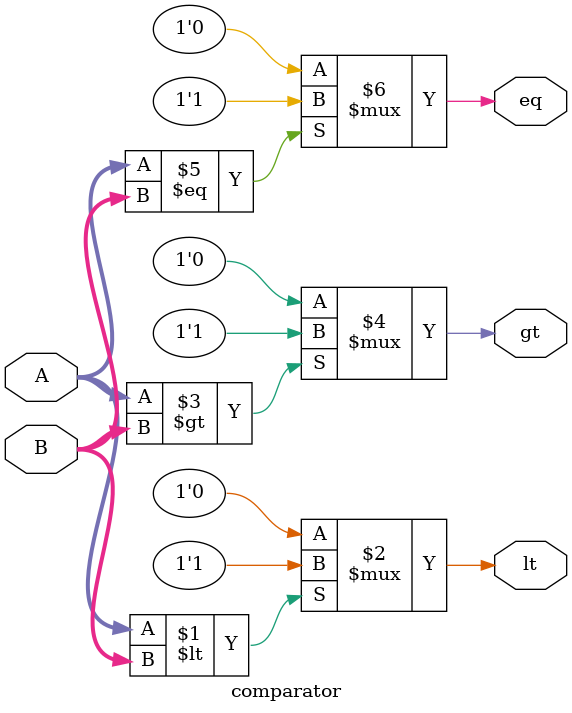
<source format=v>
module comparator(A, B, lt, gt, eq);
    input [15:0] A, B;


    output lt, gt, eq;



    assign lt = (A < B) ? 1'b1 : 1'b0;  
    assign gt = (A > B) ? 1'b1 : 1'b0;  
    assign eq = (A == B) ? 1'b1 : 1'b0; 
endmodule

</source>
